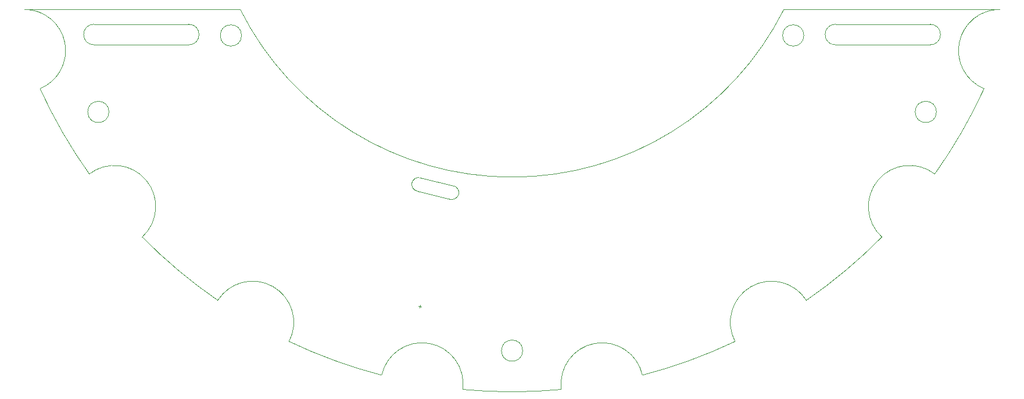
<source format=gm1>
%FSLAX25Y25*%
%MOIN*%
G70*
G01*
G75*
G04 Layer_Color=16711935*
G04:AMPARAMS|DCode=10|XSize=37.4mil|YSize=29.53mil|CornerRadius=0mil|HoleSize=0mil|Usage=FLASHONLY|Rotation=93.284|XOffset=0mil|YOffset=0mil|HoleType=Round|Shape=Rectangle|*
%AMROTATEDRECTD10*
4,1,4,0.01581,-0.01782,-0.01367,-0.01952,-0.01581,0.01782,0.01367,0.01952,0.01581,-0.01782,0.0*
%
%ADD10ROTATEDRECTD10*%

G04:AMPARAMS|DCode=11|XSize=59.06mil|YSize=118.11mil|CornerRadius=0mil|HoleSize=0mil|Usage=FLASHONLY|Rotation=325.000|XOffset=0mil|YOffset=0mil|HoleType=Round|Shape=Rectangle|*
%AMROTATEDRECTD11*
4,1,4,-0.05806,-0.03144,0.00969,0.06531,0.05806,0.03144,-0.00969,-0.06531,-0.05806,-0.03144,0.0*
%
%ADD11ROTATEDRECTD11*%

G04:AMPARAMS|DCode=12|XSize=37.4mil|YSize=29.53mil|CornerRadius=0mil|HoleSize=0mil|Usage=FLASHONLY|Rotation=214.500|XOffset=0mil|YOffset=0mil|HoleType=Round|Shape=Rectangle|*
%AMROTATEDRECTD12*
4,1,4,0.00705,0.02276,0.02377,-0.00158,-0.00705,-0.02276,-0.02377,0.00158,0.00705,0.02276,0.0*
%
%ADD12ROTATEDRECTD12*%

G04:AMPARAMS|DCode=13|XSize=37.4mil|YSize=29.53mil|CornerRadius=0mil|HoleSize=0mil|Usage=FLASHONLY|Rotation=212.500|XOffset=0mil|YOffset=0mil|HoleType=Round|Shape=Rectangle|*
%AMROTATEDRECTD13*
4,1,4,0.00784,0.02250,0.02371,-0.00240,-0.00784,-0.02250,-0.02371,0.00240,0.00784,0.02250,0.0*
%
%ADD13ROTATEDRECTD13*%

G04:AMPARAMS|DCode=14|XSize=37.4mil|YSize=29.53mil|CornerRadius=0mil|HoleSize=0mil|Usage=FLASHONLY|Rotation=120.243|XOffset=0mil|YOffset=0mil|HoleType=Round|Shape=Rectangle|*
%AMROTATEDRECTD14*
4,1,4,0.02217,-0.00872,-0.00334,-0.02359,-0.02217,0.00872,0.00334,0.02359,0.02217,-0.00872,0.0*
%
%ADD14ROTATEDRECTD14*%

G04:AMPARAMS|DCode=15|XSize=37.4mil|YSize=29.53mil|CornerRadius=0mil|HoleSize=0mil|Usage=FLASHONLY|Rotation=210.500|XOffset=0mil|YOffset=0mil|HoleType=Round|Shape=Rectangle|*
%AMROTATEDRECTD15*
4,1,4,0.00862,0.02221,0.02361,-0.00323,-0.00862,-0.02221,-0.02361,0.00323,0.00862,0.02221,0.0*
%
%ADD15ROTATEDRECTD15*%

G04:AMPARAMS|DCode=16|XSize=37.4mil|YSize=29.53mil|CornerRadius=0mil|HoleSize=0mil|Usage=FLASHONLY|Rotation=213.500|XOffset=0mil|YOffset=0mil|HoleType=Round|Shape=Rectangle|*
%AMROTATEDRECTD16*
4,1,4,0.00745,0.02263,0.02374,-0.00199,-0.00745,-0.02263,-0.02374,0.00199,0.00745,0.02263,0.0*
%
%ADD16ROTATEDRECTD16*%

G04:AMPARAMS|DCode=17|XSize=37.4mil|YSize=29.53mil|CornerRadius=0mil|HoleSize=0mil|Usage=FLASHONLY|Rotation=130.000|XOffset=0mil|YOffset=0mil|HoleType=Round|Shape=Rectangle|*
%AMROTATEDRECTD17*
4,1,4,0.02333,-0.00484,0.00071,-0.02382,-0.02333,0.00484,-0.00071,0.02382,0.02333,-0.00484,0.0*
%
%ADD17ROTATEDRECTD17*%

G04:AMPARAMS|DCode=18|XSize=37.4mil|YSize=29.53mil|CornerRadius=0mil|HoleSize=0mil|Usage=FLASHONLY|Rotation=216.500|XOffset=0mil|YOffset=0mil|HoleType=Round|Shape=Rectangle|*
%AMROTATEDRECTD18*
4,1,4,0.00625,0.02299,0.02382,-0.00074,-0.00625,-0.02299,-0.02382,0.00074,0.00625,0.02299,0.0*
%
%ADD18ROTATEDRECTD18*%

G04:AMPARAMS|DCode=19|XSize=37.4mil|YSize=29.53mil|CornerRadius=0mil|HoleSize=0mil|Usage=FLASHONLY|Rotation=219.500|XOffset=0mil|YOffset=0mil|HoleType=Round|Shape=Rectangle|*
%AMROTATEDRECTD19*
4,1,4,0.00504,0.02329,0.02382,0.00050,-0.00504,-0.02329,-0.02382,-0.00050,0.00504,0.02329,0.0*
%
%ADD19ROTATEDRECTD19*%

G04:AMPARAMS|DCode=20|XSize=37.4mil|YSize=29.53mil|CornerRadius=0mil|HoleSize=0mil|Usage=FLASHONLY|Rotation=222.500|XOffset=0mil|YOffset=0mil|HoleType=Round|Shape=Rectangle|*
%AMROTATEDRECTD20*
4,1,4,0.00381,0.02352,0.02376,0.00175,-0.00381,-0.02352,-0.02376,-0.00175,0.00381,0.02352,0.0*
%
%ADD20ROTATEDRECTD20*%

G04:AMPARAMS|DCode=21|XSize=37.4mil|YSize=29.53mil|CornerRadius=0mil|HoleSize=0mil|Usage=FLASHONLY|Rotation=45.000|XOffset=0mil|YOffset=0mil|HoleType=Round|Shape=Rectangle|*
%AMROTATEDRECTD21*
4,1,4,-0.00278,-0.02366,-0.02366,-0.00278,0.00278,0.02366,0.02366,0.00278,-0.00278,-0.02366,0.0*
%
%ADD21ROTATEDRECTD21*%

G04:AMPARAMS|DCode=22|XSize=37.4mil|YSize=29.53mil|CornerRadius=0mil|HoleSize=0mil|Usage=FLASHONLY|Rotation=259.000|XOffset=0mil|YOffset=0mil|HoleType=Round|Shape=Rectangle|*
%AMROTATEDRECTD22*
4,1,4,-0.01092,0.02117,0.01806,0.01554,0.01092,-0.02117,-0.01806,-0.01554,-0.01092,0.02117,0.0*
%
%ADD22ROTATEDRECTD22*%

G04:AMPARAMS|DCode=23|XSize=37.4mil|YSize=29.53mil|CornerRadius=0mil|HoleSize=0mil|Usage=FLASHONLY|Rotation=262.500|XOffset=0mil|YOffset=0mil|HoleType=Round|Shape=Rectangle|*
%AMROTATEDRECTD23*
4,1,4,-0.01220,0.02047,0.01708,0.01661,0.01220,-0.02047,-0.01708,-0.01661,-0.01220,0.02047,0.0*
%
%ADD23ROTATEDRECTD23*%

G04:AMPARAMS|DCode=24|XSize=37.4mil|YSize=29.53mil|CornerRadius=0mil|HoleSize=0mil|Usage=FLASHONLY|Rotation=358.956|XOffset=0mil|YOffset=0mil|HoleType=Round|Shape=Rectangle|*
%AMROTATEDRECTD24*
4,1,4,-0.01897,-0.01442,-0.01843,0.01510,0.01897,0.01442,0.01843,-0.01510,-0.01897,-0.01442,0.0*
%
%ADD24ROTATEDRECTD24*%

G04:AMPARAMS|DCode=25|XSize=37.4mil|YSize=29.53mil|CornerRadius=0mil|HoleSize=0mil|Usage=FLASHONLY|Rotation=199.000|XOffset=0mil|YOffset=0mil|HoleType=Round|Shape=Rectangle|*
%AMROTATEDRECTD25*
4,1,4,0.01288,0.02005,0.02249,-0.00787,-0.01288,-0.02005,-0.02249,0.00787,0.01288,0.02005,0.0*
%
%ADD25ROTATEDRECTD25*%

G04:AMPARAMS|DCode=26|XSize=37.4mil|YSize=29.53mil|CornerRadius=0mil|HoleSize=0mil|Usage=FLASHONLY|Rotation=182.681|XOffset=0mil|YOffset=0mil|HoleType=Round|Shape=Rectangle|*
%AMROTATEDRECTD26*
4,1,4,0.01799,0.01562,0.01937,-0.01387,-0.01799,-0.01562,-0.01937,0.01387,0.01799,0.01562,0.0*
%
%ADD26ROTATEDRECTD26*%

G04:AMPARAMS|DCode=27|XSize=37.4mil|YSize=29.53mil|CornerRadius=0mil|HoleSize=0mil|Usage=FLASHONLY|Rotation=95.500|XOffset=0mil|YOffset=0mil|HoleType=Round|Shape=Rectangle|*
%AMROTATEDRECTD27*
4,1,4,0.01649,-0.01720,-0.01290,-0.02003,-0.01649,0.01720,0.01290,0.02003,0.01649,-0.01720,0.0*
%
%ADD27ROTATEDRECTD27*%

G04:AMPARAMS|DCode=28|XSize=37.4mil|YSize=29.53mil|CornerRadius=0mil|HoleSize=0mil|Usage=FLASHONLY|Rotation=77.000|XOffset=0mil|YOffset=0mil|HoleType=Round|Shape=Rectangle|*
%AMROTATEDRECTD28*
4,1,4,0.01018,-0.02154,-0.01859,-0.01490,-0.01018,0.02154,0.01859,0.01490,0.01018,-0.02154,0.0*
%
%ADD28ROTATEDRECTD28*%

%ADD29R,0.05709X0.01181*%
%ADD30R,0.01181X0.05709*%
G04:AMPARAMS|DCode=31|XSize=37.4mil|YSize=29.53mil|CornerRadius=0mil|HoleSize=0mil|Usage=FLASHONLY|Rotation=96.500|XOffset=0mil|YOffset=0mil|HoleType=Round|Shape=Rectangle|*
%AMROTATEDRECTD31*
4,1,4,0.01679,-0.01691,-0.01255,-0.02025,-0.01679,0.01691,0.01255,0.02025,0.01679,-0.01691,0.0*
%
%ADD31ROTATEDRECTD31*%

G04:AMPARAMS|DCode=32|XSize=37.4mil|YSize=29.53mil|CornerRadius=0mil|HoleSize=0mil|Usage=FLASHONLY|Rotation=272.280|XOffset=0mil|YOffset=0mil|HoleType=Round|Shape=Rectangle|*
%AMROTATEDRECTD32*
4,1,4,-0.01550,0.01810,0.01401,0.01927,0.01550,-0.01810,-0.01401,-0.01927,-0.01550,0.01810,0.0*
%
%ADD32ROTATEDRECTD32*%

G04:AMPARAMS|DCode=33|XSize=37.4mil|YSize=29.53mil|CornerRadius=0mil|HoleSize=0mil|Usage=FLASHONLY|Rotation=84.948|XOffset=0mil|YOffset=0mil|HoleType=Round|Shape=Rectangle|*
%AMROTATEDRECTD33*
4,1,4,0.01306,-0.01993,-0.01635,-0.01733,-0.01306,0.01993,0.01635,0.01733,0.01306,-0.01993,0.0*
%
%ADD33ROTATEDRECTD33*%

G04:AMPARAMS|DCode=34|XSize=66.93mil|YSize=78.74mil|CornerRadius=0mil|HoleSize=0mil|Usage=FLASHONLY|Rotation=162.000|XOffset=0mil|YOffset=0mil|HoleType=Round|Shape=Rectangle|*
%AMROTATEDRECTD34*
4,1,4,0.04399,0.02710,0.01966,-0.04778,-0.04399,-0.02710,-0.01966,0.04778,0.04399,0.02710,0.0*
%
%ADD34ROTATEDRECTD34*%

G04:AMPARAMS|DCode=35|XSize=37.4mil|YSize=29.53mil|CornerRadius=0mil|HoleSize=0mil|Usage=FLASHONLY|Rotation=77.000|XOffset=0mil|YOffset=0mil|HoleType=Round|Shape=Rectangle|*
%AMROTATEDRECTD35*
4,1,4,0.01018,-0.02154,-0.01859,-0.01490,-0.01018,0.02154,0.01859,0.01490,0.01018,-0.02154,0.0*
%
%ADD35ROTATEDRECTD35*%

G04:AMPARAMS|DCode=36|XSize=37.4mil|YSize=29.53mil|CornerRadius=0mil|HoleSize=0mil|Usage=FLASHONLY|Rotation=352.500|XOffset=0mil|YOffset=0mil|HoleType=Round|Shape=Rectangle|*
%AMROTATEDRECTD36*
4,1,4,-0.02047,-0.01220,-0.01661,0.01708,0.02047,0.01220,0.01661,-0.01708,-0.02047,-0.01220,0.0*
%
%ADD36ROTATEDRECTD36*%

%ADD37P,0.12806X4X213.0*%
G04:AMPARAMS|DCode=38|XSize=37.4mil|YSize=29.53mil|CornerRadius=0mil|HoleSize=0mil|Usage=FLASHONLY|Rotation=96.500|XOffset=0mil|YOffset=0mil|HoleType=Round|Shape=Rectangle|*
%AMROTATEDRECTD38*
4,1,4,0.01679,-0.01691,-0.01255,-0.02025,-0.01679,0.01691,0.01255,0.02025,0.01679,-0.01691,0.0*
%
%ADD38ROTATEDRECTD38*%

G04:AMPARAMS|DCode=39|XSize=37.4mil|YSize=29.53mil|CornerRadius=0mil|HoleSize=0mil|Usage=FLASHONLY|Rotation=74.487|XOffset=0mil|YOffset=0mil|HoleType=Round|Shape=Rectangle|*
%AMROTATEDRECTD39*
4,1,4,0.00922,-0.02197,-0.01923,-0.01407,-0.00922,0.02197,0.01923,0.01407,0.00922,-0.02197,0.0*
%
%ADD39ROTATEDRECTD39*%

G04:AMPARAMS|DCode=40|XSize=59.06mil|YSize=118.11mil|CornerRadius=0mil|HoleSize=0mil|Usage=FLASHONLY|Rotation=33.000|XOffset=0mil|YOffset=0mil|HoleType=Round|Shape=Rectangle|*
%AMROTATEDRECTD40*
4,1,4,0.00740,-0.06561,-0.05693,0.03345,-0.00740,0.06561,0.05693,-0.03345,0.00740,-0.06561,0.0*
%
%ADD40ROTATEDRECTD40*%

G04:AMPARAMS|DCode=41|XSize=37.4mil|YSize=29.53mil|CornerRadius=0mil|HoleSize=0mil|Usage=FLASHONLY|Rotation=215.500|XOffset=0mil|YOffset=0mil|HoleType=Round|Shape=Rectangle|*
%AMROTATEDRECTD41*
4,1,4,0.00665,0.02288,0.02380,-0.00116,-0.00665,-0.02288,-0.02380,0.00116,0.00665,0.02288,0.0*
%
%ADD41ROTATEDRECTD41*%

G04:AMPARAMS|DCode=42|XSize=23.62mil|YSize=57.09mil|CornerRadius=0mil|HoleSize=0mil|Usage=FLASHONLY|Rotation=349.000|XOffset=0mil|YOffset=0mil|HoleType=Round|Shape=Rectangle|*
%AMROTATEDRECTD42*
4,1,4,-0.01704,-0.02577,-0.00615,0.03027,0.01704,0.02577,0.00615,-0.03027,-0.01704,-0.02577,0.0*
%
%ADD42ROTATEDRECTD42*%

G04:AMPARAMS|DCode=43|XSize=108.27mil|YSize=122.05mil|CornerRadius=0mil|HoleSize=0mil|Usage=FLASHONLY|Rotation=259.000|XOffset=0mil|YOffset=0mil|HoleType=Round|Shape=Rectangle|*
%AMROTATEDRECTD43*
4,1,4,-0.04957,0.06478,0.07023,0.04150,0.04957,-0.06478,-0.07023,-0.04150,-0.04957,0.06478,0.0*
%
%ADD43ROTATEDRECTD43*%

G04:AMPARAMS|DCode=44|XSize=37.4mil|YSize=29.53mil|CornerRadius=0mil|HoleSize=0mil|Usage=FLASHONLY|Rotation=100.500|XOffset=0mil|YOffset=0mil|HoleType=Round|Shape=Rectangle|*
%AMROTATEDRECTD44*
4,1,4,0.01792,-0.01570,-0.01111,-0.02108,-0.01792,0.01570,0.01111,0.02108,0.01792,-0.01570,0.0*
%
%ADD44ROTATEDRECTD44*%

%ADD45C,0.03000*%
%ADD46C,0.01000*%
%ADD47C,0.05000*%
%ADD48P,0.07517X4X134.5*%
%ADD49C,0.05315*%
G04:AMPARAMS|DCode=50|XSize=39.37mil|YSize=78.74mil|CornerRadius=0mil|HoleSize=0mil|Usage=FLASHONLY|Rotation=320.000|XOffset=0mil|YOffset=0mil|HoleType=Round|Shape=Round|*
%AMOVALD50*
21,1,0.03937,0.03937,0.00000,0.00000,50.0*
1,1,0.03937,-0.01265,-0.01508*
1,1,0.03937,0.01265,0.01508*
%
%ADD50OVALD50*%

G04:AMPARAMS|DCode=51|XSize=39.37mil|YSize=78.74mil|CornerRadius=0mil|HoleSize=0mil|Usage=FLASHONLY|Rotation=46.000|XOffset=0mil|YOffset=0mil|HoleType=Round|Shape=Round|*
%AMOVALD51*
21,1,0.03937,0.03937,0.00000,0.00000,136.0*
1,1,0.03937,0.01416,-0.01367*
1,1,0.03937,-0.01416,0.01367*
%
%ADD51OVALD51*%

G04:AMPARAMS|DCode=52|XSize=39.37mil|YSize=78.74mil|CornerRadius=0mil|HoleSize=0mil|Usage=FLASHONLY|Rotation=40.500|XOffset=0mil|YOffset=0mil|HoleType=Round|Shape=Round|*
%AMOVALD52*
21,1,0.03937,0.03937,0.00000,0.00000,130.5*
1,1,0.03937,0.01278,-0.01497*
1,1,0.03937,-0.01278,0.01497*
%
%ADD52OVALD52*%

G04:AMPARAMS|DCode=53|XSize=39.37mil|YSize=78.74mil|CornerRadius=0mil|HoleSize=0mil|Usage=FLASHONLY|Rotation=342.000|XOffset=0mil|YOffset=0mil|HoleType=Round|Shape=Round|*
%AMOVALD53*
21,1,0.03937,0.03937,0.00000,0.00000,72.0*
1,1,0.03937,-0.00608,-0.01872*
1,1,0.03937,0.00608,0.01872*
%
%ADD53OVALD53*%

G04:AMPARAMS|DCode=54|XSize=39.37mil|YSize=78.74mil|CornerRadius=0mil|HoleSize=0mil|Usage=FLASHONLY|Rotation=14.000|XOffset=0mil|YOffset=0mil|HoleType=Round|Shape=Round|*
%AMOVALD54*
21,1,0.03937,0.03937,0.00000,0.00000,104.0*
1,1,0.03937,0.00476,-0.01910*
1,1,0.03937,-0.00476,0.01910*
%
%ADD54OVALD54*%

G04:AMPARAMS|DCode=55|XSize=39.37mil|YSize=78.74mil|CornerRadius=0mil|HoleSize=0mil|Usage=FLASHONLY|Rotation=6.000|XOffset=0mil|YOffset=0mil|HoleType=Round|Shape=Round|*
%AMOVALD55*
21,1,0.03937,0.03937,0.00000,0.00000,96.0*
1,1,0.03937,0.00206,-0.01958*
1,1,0.03937,-0.00206,0.01958*
%
%ADD55OVALD55*%

%ADD56O,0.09843X0.05906*%
%ADD57O,0.03937X0.07874*%
%ADD58P,0.07517X4X335.0*%
G04:AMPARAMS|DCode=59|XSize=39.37mil|YSize=78.74mil|CornerRadius=0mil|HoleSize=0mil|Usage=FLASHONLY|Rotation=349.000|XOffset=0mil|YOffset=0mil|HoleType=Round|Shape=Round|*
%AMOVALD59*
21,1,0.03937,0.03937,0.00000,0.00000,79.0*
1,1,0.03937,-0.00376,-0.01932*
1,1,0.03937,0.00376,0.01932*
%
%ADD59OVALD59*%

G04:AMPARAMS|DCode=60|XSize=59.06mil|YSize=118.11mil|CornerRadius=0mil|HoleSize=0mil|Usage=FLASHONLY|Rotation=33.500|XOffset=0mil|YOffset=0mil|HoleType=Round|Shape=Round|*
%AMOVALD60*
21,1,0.05906,0.05906,0.00000,0.00000,123.5*
1,1,0.05906,0.01630,-0.02462*
1,1,0.05906,-0.01630,0.02462*
%
%ADD60OVALD60*%

G04:AMPARAMS|DCode=61|XSize=39.37mil|YSize=78.74mil|CornerRadius=0mil|HoleSize=0mil|Usage=FLASHONLY|Rotation=182.000|XOffset=0mil|YOffset=0mil|HoleType=Round|Shape=Round|*
%AMOVALD61*
21,1,0.03937,0.03937,0.00000,0.00000,272.0*
1,1,0.03937,-0.00069,0.01967*
1,1,0.03937,0.00069,-0.01967*
%
%ADD61OVALD61*%

%ADD62C,0.02362*%
%ADD63C,0.03150*%
%ADD64C,0.04331*%
%ADD65C,0.00787*%
%ADD66C,0.02362*%
%ADD67C,0.00984*%
%ADD68C,0.00394*%
%ADD69C,0.00197*%
G04:AMPARAMS|DCode=70|XSize=45.4mil|YSize=37.53mil|CornerRadius=0mil|HoleSize=0mil|Usage=FLASHONLY|Rotation=93.284|XOffset=0mil|YOffset=0mil|HoleType=Round|Shape=Rectangle|*
%AMROTATEDRECTD70*
4,1,4,0.02003,-0.02159,-0.01743,-0.02374,-0.02003,0.02159,0.01743,0.02374,0.02003,-0.02159,0.0*
%
%ADD70ROTATEDRECTD70*%

G04:AMPARAMS|DCode=71|XSize=67.06mil|YSize=126.11mil|CornerRadius=0mil|HoleSize=0mil|Usage=FLASHONLY|Rotation=325.000|XOffset=0mil|YOffset=0mil|HoleType=Round|Shape=Rectangle|*
%AMROTATEDRECTD71*
4,1,4,-0.06363,-0.03242,0.00870,0.07088,0.06363,0.03242,-0.00870,-0.07088,-0.06363,-0.03242,0.0*
%
%ADD71ROTATEDRECTD71*%

G04:AMPARAMS|DCode=72|XSize=45.4mil|YSize=37.53mil|CornerRadius=0mil|HoleSize=0mil|Usage=FLASHONLY|Rotation=214.500|XOffset=0mil|YOffset=0mil|HoleType=Round|Shape=Rectangle|*
%AMROTATEDRECTD72*
4,1,4,0.00808,0.02832,0.02934,-0.00261,-0.00808,-0.02832,-0.02934,0.00261,0.00808,0.02832,0.0*
%
%ADD72ROTATEDRECTD72*%

G04:AMPARAMS|DCode=73|XSize=45.4mil|YSize=37.53mil|CornerRadius=0mil|HoleSize=0mil|Usage=FLASHONLY|Rotation=212.500|XOffset=0mil|YOffset=0mil|HoleType=Round|Shape=Rectangle|*
%AMROTATEDRECTD73*
4,1,4,0.00906,0.02802,0.02923,-0.00363,-0.00906,-0.02802,-0.02923,0.00363,0.00906,0.02802,0.0*
%
%ADD73ROTATEDRECTD73*%

G04:AMPARAMS|DCode=74|XSize=45.4mil|YSize=37.53mil|CornerRadius=0mil|HoleSize=0mil|Usage=FLASHONLY|Rotation=120.243|XOffset=0mil|YOffset=0mil|HoleType=Round|Shape=Rectangle|*
%AMROTATEDRECTD74*
4,1,4,0.02764,-0.01016,-0.00478,-0.02906,-0.02764,0.01016,0.00478,0.02906,0.02764,-0.01016,0.0*
%
%ADD74ROTATEDRECTD74*%

G04:AMPARAMS|DCode=75|XSize=45.4mil|YSize=37.53mil|CornerRadius=0mil|HoleSize=0mil|Usage=FLASHONLY|Rotation=210.500|XOffset=0mil|YOffset=0mil|HoleType=Round|Shape=Rectangle|*
%AMROTATEDRECTD75*
4,1,4,0.01004,0.02769,0.02908,-0.00465,-0.01004,-0.02769,-0.02908,0.00465,0.01004,0.02769,0.0*
%
%ADD75ROTATEDRECTD75*%

G04:AMPARAMS|DCode=76|XSize=45.4mil|YSize=37.53mil|CornerRadius=0mil|HoleSize=0mil|Usage=FLASHONLY|Rotation=213.500|XOffset=0mil|YOffset=0mil|HoleType=Round|Shape=Rectangle|*
%AMROTATEDRECTD76*
4,1,4,0.00857,0.02818,0.02929,-0.00312,-0.00857,-0.02818,-0.02929,0.00312,0.00857,0.02818,0.0*
%
%ADD76ROTATEDRECTD76*%

G04:AMPARAMS|DCode=77|XSize=45.4mil|YSize=37.53mil|CornerRadius=0mil|HoleSize=0mil|Usage=FLASHONLY|Rotation=130.000|XOffset=0mil|YOffset=0mil|HoleType=Round|Shape=Rectangle|*
%AMROTATEDRECTD77*
4,1,4,0.02897,-0.00533,0.00022,-0.02945,-0.02897,0.00533,-0.00022,0.02945,0.02897,-0.00533,0.0*
%
%ADD77ROTATEDRECTD77*%

G04:AMPARAMS|DCode=78|XSize=45.4mil|YSize=37.53mil|CornerRadius=0mil|HoleSize=0mil|Usage=FLASHONLY|Rotation=216.500|XOffset=0mil|YOffset=0mil|HoleType=Round|Shape=Rectangle|*
%AMROTATEDRECTD78*
4,1,4,0.00709,0.02859,0.02941,-0.00158,-0.00709,-0.02859,-0.02941,0.00158,0.00709,0.02859,0.0*
%
%ADD78ROTATEDRECTD78*%

G04:AMPARAMS|DCode=79|XSize=45.4mil|YSize=37.53mil|CornerRadius=0mil|HoleSize=0mil|Usage=FLASHONLY|Rotation=219.500|XOffset=0mil|YOffset=0mil|HoleType=Round|Shape=Rectangle|*
%AMROTATEDRECTD79*
4,1,4,0.00558,0.02892,0.02945,-0.00004,-0.00558,-0.02892,-0.02945,0.00004,0.00558,0.02892,0.0*
%
%ADD79ROTATEDRECTD79*%

G04:AMPARAMS|DCode=80|XSize=45.4mil|YSize=37.53mil|CornerRadius=0mil|HoleSize=0mil|Usage=FLASHONLY|Rotation=222.500|XOffset=0mil|YOffset=0mil|HoleType=Round|Shape=Rectangle|*
%AMROTATEDRECTD80*
4,1,4,0.00406,0.02917,0.02941,0.00150,-0.00406,-0.02917,-0.02941,-0.00150,0.00406,0.02917,0.0*
%
%ADD80ROTATEDRECTD80*%

G04:AMPARAMS|DCode=81|XSize=45.4mil|YSize=37.53mil|CornerRadius=0mil|HoleSize=0mil|Usage=FLASHONLY|Rotation=45.000|XOffset=0mil|YOffset=0mil|HoleType=Round|Shape=Rectangle|*
%AMROTATEDRECTD81*
4,1,4,-0.00278,-0.02932,-0.02932,-0.00278,0.00278,0.02932,0.02932,0.00278,-0.00278,-0.02932,0.0*
%
%ADD81ROTATEDRECTD81*%

G04:AMPARAMS|DCode=82|XSize=45.4mil|YSize=37.53mil|CornerRadius=0mil|HoleSize=0mil|Usage=FLASHONLY|Rotation=259.000|XOffset=0mil|YOffset=0mil|HoleType=Round|Shape=Rectangle|*
%AMROTATEDRECTD82*
4,1,4,-0.01409,0.02586,0.02275,0.01870,0.01409,-0.02586,-0.02275,-0.01870,-0.01409,0.02586,0.0*
%
%ADD82ROTATEDRECTD82*%

G04:AMPARAMS|DCode=83|XSize=45.4mil|YSize=37.53mil|CornerRadius=0mil|HoleSize=0mil|Usage=FLASHONLY|Rotation=262.500|XOffset=0mil|YOffset=0mil|HoleType=Round|Shape=Rectangle|*
%AMROTATEDRECTD83*
4,1,4,-0.01564,0.02496,0.02157,0.02006,0.01564,-0.02496,-0.02157,-0.02006,-0.01564,0.02496,0.0*
%
%ADD83ROTATEDRECTD83*%

G04:AMPARAMS|DCode=84|XSize=45.4mil|YSize=37.53mil|CornerRadius=0mil|HoleSize=0mil|Usage=FLASHONLY|Rotation=358.956|XOffset=0mil|YOffset=0mil|HoleType=Round|Shape=Rectangle|*
%AMROTATEDRECTD84*
4,1,4,-0.02304,-0.01835,-0.02236,0.01917,0.02304,0.01835,0.02236,-0.01917,-0.02304,-0.01835,0.0*
%
%ADD84ROTATEDRECTD84*%

G04:AMPARAMS|DCode=85|XSize=45.4mil|YSize=37.53mil|CornerRadius=0mil|HoleSize=0mil|Usage=FLASHONLY|Rotation=199.000|XOffset=0mil|YOffset=0mil|HoleType=Round|Shape=Rectangle|*
%AMROTATEDRECTD85*
4,1,4,0.01536,0.02513,0.02757,-0.01035,-0.01536,-0.02513,-0.02757,0.01035,0.01536,0.02513,0.0*
%
%ADD85ROTATEDRECTD85*%

G04:AMPARAMS|DCode=86|XSize=45.4mil|YSize=37.53mil|CornerRadius=0mil|HoleSize=0mil|Usage=FLASHONLY|Rotation=182.681|XOffset=0mil|YOffset=0mil|HoleType=Round|Shape=Rectangle|*
%AMROTATEDRECTD86*
4,1,4,0.02180,0.01981,0.02355,-0.01768,-0.02180,-0.01981,-0.02355,0.01768,0.02180,0.01981,0.0*
%
%ADD86ROTATEDRECTD86*%

G04:AMPARAMS|DCode=87|XSize=45.4mil|YSize=37.53mil|CornerRadius=0mil|HoleSize=0mil|Usage=FLASHONLY|Rotation=95.500|XOffset=0mil|YOffset=0mil|HoleType=Round|Shape=Rectangle|*
%AMROTATEDRECTD87*
4,1,4,0.02085,-0.02080,-0.01650,-0.02440,-0.02085,0.02080,0.01650,0.02440,0.02085,-0.02080,0.0*
%
%ADD87ROTATEDRECTD87*%

G04:AMPARAMS|DCode=88|XSize=45.4mil|YSize=37.53mil|CornerRadius=0mil|HoleSize=0mil|Usage=FLASHONLY|Rotation=77.000|XOffset=0mil|YOffset=0mil|HoleType=Round|Shape=Rectangle|*
%AMROTATEDRECTD88*
4,1,4,0.01318,-0.02634,-0.02339,-0.01790,-0.01318,0.02634,0.02339,0.01790,0.01318,-0.02634,0.0*
%
%ADD88ROTATEDRECTD88*%

%ADD89R,0.06509X0.01981*%
%ADD90R,0.01981X0.06509*%
G04:AMPARAMS|DCode=91|XSize=45.4mil|YSize=37.53mil|CornerRadius=0mil|HoleSize=0mil|Usage=FLASHONLY|Rotation=96.500|XOffset=0mil|YOffset=0mil|HoleType=Round|Shape=Rectangle|*
%AMROTATEDRECTD91*
4,1,4,0.02121,-0.02043,-0.01607,-0.02468,-0.02121,0.02043,0.01607,0.02468,0.02121,-0.02043,0.0*
%
%ADD91ROTATEDRECTD91*%

G04:AMPARAMS|DCode=92|XSize=45.4mil|YSize=37.53mil|CornerRadius=0mil|HoleSize=0mil|Usage=FLASHONLY|Rotation=272.280|XOffset=0mil|YOffset=0mil|HoleType=Round|Shape=Rectangle|*
%AMROTATEDRECTD92*
4,1,4,-0.01965,0.02194,0.01785,0.02343,0.01965,-0.02194,-0.01785,-0.02343,-0.01965,0.02194,0.0*
%
%ADD92ROTATEDRECTD92*%

G04:AMPARAMS|DCode=93|XSize=45.4mil|YSize=37.53mil|CornerRadius=0mil|HoleSize=0mil|Usage=FLASHONLY|Rotation=84.948|XOffset=0mil|YOffset=0mil|HoleType=Round|Shape=Rectangle|*
%AMROTATEDRECTD93*
4,1,4,0.01669,-0.02427,-0.02069,-0.02096,-0.01669,0.02427,0.02069,0.02096,0.01669,-0.02427,0.0*
%
%ADD93ROTATEDRECTD93*%

G04:AMPARAMS|DCode=94|XSize=74.93mil|YSize=86.74mil|CornerRadius=0mil|HoleSize=0mil|Usage=FLASHONLY|Rotation=162.000|XOffset=0mil|YOffset=0mil|HoleType=Round|Shape=Rectangle|*
%AMROTATEDRECTD94*
4,1,4,0.04903,0.02967,0.02223,-0.05283,-0.04903,-0.02967,-0.02223,0.05283,0.04903,0.02967,0.0*
%
%ADD94ROTATEDRECTD94*%

G04:AMPARAMS|DCode=95|XSize=45.4mil|YSize=37.53mil|CornerRadius=0mil|HoleSize=0mil|Usage=FLASHONLY|Rotation=77.000|XOffset=0mil|YOffset=0mil|HoleType=Round|Shape=Rectangle|*
%AMROTATEDRECTD95*
4,1,4,0.01318,-0.02634,-0.02339,-0.01790,-0.01318,0.02634,0.02339,0.01790,0.01318,-0.02634,0.0*
%
%ADD95ROTATEDRECTD95*%

G04:AMPARAMS|DCode=96|XSize=45.4mil|YSize=37.53mil|CornerRadius=0mil|HoleSize=0mil|Usage=FLASHONLY|Rotation=352.500|XOffset=0mil|YOffset=0mil|HoleType=Round|Shape=Rectangle|*
%AMROTATEDRECTD96*
4,1,4,-0.02496,-0.01564,-0.02006,0.02157,0.02496,0.01564,0.02006,-0.02157,-0.02496,-0.01564,0.0*
%
%ADD96ROTATEDRECTD96*%

%ADD97P,0.13937X4X213.0*%
G04:AMPARAMS|DCode=98|XSize=45.4mil|YSize=37.53mil|CornerRadius=0mil|HoleSize=0mil|Usage=FLASHONLY|Rotation=96.500|XOffset=0mil|YOffset=0mil|HoleType=Round|Shape=Rectangle|*
%AMROTATEDRECTD98*
4,1,4,0.02121,-0.02043,-0.01607,-0.02468,-0.02121,0.02043,0.01607,0.02468,0.02121,-0.02043,0.0*
%
%ADD98ROTATEDRECTD98*%

G04:AMPARAMS|DCode=99|XSize=45.4mil|YSize=37.53mil|CornerRadius=0mil|HoleSize=0mil|Usage=FLASHONLY|Rotation=74.487|XOffset=0mil|YOffset=0mil|HoleType=Round|Shape=Rectangle|*
%AMROTATEDRECTD99*
4,1,4,0.01201,-0.02689,-0.02415,-0.01686,-0.01201,0.02689,0.02415,0.01686,0.01201,-0.02689,0.0*
%
%ADD99ROTATEDRECTD99*%

G04:AMPARAMS|DCode=100|XSize=67.06mil|YSize=126.11mil|CornerRadius=0mil|HoleSize=0mil|Usage=FLASHONLY|Rotation=33.000|XOffset=0mil|YOffset=0mil|HoleType=Round|Shape=Rectangle|*
%AMROTATEDRECTD100*
4,1,4,0.00622,-0.07114,-0.06246,0.03462,-0.00622,0.07114,0.06246,-0.03462,0.00622,-0.07114,0.0*
%
%ADD100ROTATEDRECTD100*%

G04:AMPARAMS|DCode=101|XSize=45.4mil|YSize=37.53mil|CornerRadius=0mil|HoleSize=0mil|Usage=FLASHONLY|Rotation=215.500|XOffset=0mil|YOffset=0mil|HoleType=Round|Shape=Rectangle|*
%AMROTATEDRECTD101*
4,1,4,0.00759,0.02846,0.02938,-0.00209,-0.00759,-0.02846,-0.02938,0.00209,0.00759,0.02846,0.0*
%
%ADD101ROTATEDRECTD101*%

G04:AMPARAMS|DCode=102|XSize=31.62mil|YSize=65.09mil|CornerRadius=0mil|HoleSize=0mil|Usage=FLASHONLY|Rotation=349.000|XOffset=0mil|YOffset=0mil|HoleType=Round|Shape=Rectangle|*
%AMROTATEDRECTD102*
4,1,4,-0.02173,-0.02893,-0.00931,0.03496,0.02173,0.02893,0.00931,-0.03496,-0.02173,-0.02893,0.0*
%
%ADD102ROTATEDRECTD102*%

G04:AMPARAMS|DCode=103|XSize=116.27mil|YSize=130.05mil|CornerRadius=0mil|HoleSize=0mil|Usage=FLASHONLY|Rotation=259.000|XOffset=0mil|YOffset=0mil|HoleType=Round|Shape=Rectangle|*
%AMROTATEDRECTD103*
4,1,4,-0.05274,0.06947,0.07492,0.04466,0.05274,-0.06947,-0.07492,-0.04466,-0.05274,0.06947,0.0*
%
%ADD103ROTATEDRECTD103*%

G04:AMPARAMS|DCode=104|XSize=45.4mil|YSize=37.53mil|CornerRadius=0mil|HoleSize=0mil|Usage=FLASHONLY|Rotation=100.500|XOffset=0mil|YOffset=0mil|HoleType=Round|Shape=Rectangle|*
%AMROTATEDRECTD104*
4,1,4,0.02259,-0.01890,-0.01431,-0.02574,-0.02259,0.01890,0.01431,0.02574,0.02259,-0.01890,0.0*
%
%ADD104ROTATEDRECTD104*%

%ADD105P,0.08648X4X134.5*%
%ADD106C,0.06115*%
G04:AMPARAMS|DCode=107|XSize=47.37mil|YSize=86.74mil|CornerRadius=0mil|HoleSize=0mil|Usage=FLASHONLY|Rotation=320.000|XOffset=0mil|YOffset=0mil|HoleType=Round|Shape=Round|*
%AMOVALD107*
21,1,0.03937,0.04737,0.00000,0.00000,50.0*
1,1,0.04737,-0.01265,-0.01508*
1,1,0.04737,0.01265,0.01508*
%
%ADD107OVALD107*%

G04:AMPARAMS|DCode=108|XSize=47.37mil|YSize=86.74mil|CornerRadius=0mil|HoleSize=0mil|Usage=FLASHONLY|Rotation=46.000|XOffset=0mil|YOffset=0mil|HoleType=Round|Shape=Round|*
%AMOVALD108*
21,1,0.03937,0.04737,0.00000,0.00000,136.0*
1,1,0.04737,0.01416,-0.01367*
1,1,0.04737,-0.01416,0.01367*
%
%ADD108OVALD108*%

G04:AMPARAMS|DCode=109|XSize=47.37mil|YSize=86.74mil|CornerRadius=0mil|HoleSize=0mil|Usage=FLASHONLY|Rotation=40.500|XOffset=0mil|YOffset=0mil|HoleType=Round|Shape=Round|*
%AMOVALD109*
21,1,0.03937,0.04737,0.00000,0.00000,130.5*
1,1,0.04737,0.01278,-0.01497*
1,1,0.04737,-0.01278,0.01497*
%
%ADD109OVALD109*%

G04:AMPARAMS|DCode=110|XSize=47.37mil|YSize=86.74mil|CornerRadius=0mil|HoleSize=0mil|Usage=FLASHONLY|Rotation=342.000|XOffset=0mil|YOffset=0mil|HoleType=Round|Shape=Round|*
%AMOVALD110*
21,1,0.03937,0.04737,0.00000,0.00000,72.0*
1,1,0.04737,-0.00608,-0.01872*
1,1,0.04737,0.00608,0.01872*
%
%ADD110OVALD110*%

G04:AMPARAMS|DCode=111|XSize=47.37mil|YSize=86.74mil|CornerRadius=0mil|HoleSize=0mil|Usage=FLASHONLY|Rotation=14.000|XOffset=0mil|YOffset=0mil|HoleType=Round|Shape=Round|*
%AMOVALD111*
21,1,0.03937,0.04737,0.00000,0.00000,104.0*
1,1,0.04737,0.00476,-0.01910*
1,1,0.04737,-0.00476,0.01910*
%
%ADD111OVALD111*%

G04:AMPARAMS|DCode=112|XSize=47.37mil|YSize=86.74mil|CornerRadius=0mil|HoleSize=0mil|Usage=FLASHONLY|Rotation=6.000|XOffset=0mil|YOffset=0mil|HoleType=Round|Shape=Round|*
%AMOVALD112*
21,1,0.03937,0.04737,0.00000,0.00000,96.0*
1,1,0.04737,0.00206,-0.01958*
1,1,0.04737,-0.00206,0.01958*
%
%ADD112OVALD112*%

%ADD113O,0.10642X0.06706*%
%ADD114O,0.04737X0.08674*%
%ADD115P,0.08648X4X335.0*%
G04:AMPARAMS|DCode=116|XSize=47.37mil|YSize=86.74mil|CornerRadius=0mil|HoleSize=0mil|Usage=FLASHONLY|Rotation=349.000|XOffset=0mil|YOffset=0mil|HoleType=Round|Shape=Round|*
%AMOVALD116*
21,1,0.03937,0.04737,0.00000,0.00000,79.0*
1,1,0.04737,-0.00376,-0.01932*
1,1,0.04737,0.00376,0.01932*
%
%ADD116OVALD116*%

G04:AMPARAMS|DCode=117|XSize=67.06mil|YSize=126.11mil|CornerRadius=0mil|HoleSize=0mil|Usage=FLASHONLY|Rotation=33.500|XOffset=0mil|YOffset=0mil|HoleType=Round|Shape=Round|*
%AMOVALD117*
21,1,0.05906,0.06706,0.00000,0.00000,123.5*
1,1,0.06706,0.01630,-0.02462*
1,1,0.06706,-0.01630,0.02462*
%
%ADD117OVALD117*%

G04:AMPARAMS|DCode=118|XSize=47.37mil|YSize=86.74mil|CornerRadius=0mil|HoleSize=0mil|Usage=FLASHONLY|Rotation=182.000|XOffset=0mil|YOffset=0mil|HoleType=Round|Shape=Round|*
%AMOVALD118*
21,1,0.03937,0.04737,0.00000,0.00000,272.0*
1,1,0.04737,-0.00069,0.01967*
1,1,0.04737,0.00069,-0.01967*
%
%ADD118OVALD118*%

%ADD119C,0.03162*%
%ADD120C,0.03950*%
%ADD121C,0.05131*%
%ADD122C,0.00050*%
D68*
X480901Y271122D02*
X482441Y270795D01*
X481507Y270188D02*
X481835Y271729D01*
D122*
X481851Y344708D02*
G03*
X479990Y337057I-931J-3825D01*
G01*
X499118Y332404D02*
G03*
X500979Y340055I931J3825D01*
G01*
X719983Y432810D02*
G03*
X719983Y420999I0J-5906D01*
G01*
X774301D02*
G03*
X774301Y432810I0J5906D01*
G01*
X294699D02*
G03*
X294699Y420999I0J-5906D01*
G01*
X349016D02*
G03*
X349016Y432810I0J5906D01*
G01*
X814188Y441324D02*
G03*
X805235Y395842I0J-23622D01*
G01*
X378592Y441324D02*
G03*
X690408Y441324I155908J78176D01*
G01*
X263766Y395842D02*
G03*
X254812Y441324I-8954J21859D01*
G01*
X263766Y395842D02*
G03*
X292042Y346866I270735J123658D01*
G01*
X322386Y310703D02*
G03*
X292042Y346866I-15890J17479D01*
G01*
X322386Y310703D02*
G03*
X365708Y274352I212114J208797D01*
G01*
X406591Y250748D02*
G03*
X365708Y274352I-20910J10990D01*
G01*
X406591Y250748D02*
G03*
X459734Y231406I127909J268752D01*
G01*
X506223Y223208D02*
G03*
X459734Y231406I-23408J3176D01*
G01*
X506223Y223208D02*
G03*
X562777Y223208I28277J296292D01*
G01*
X609266Y231406D02*
G03*
X562777Y223208I-23082J-5022D01*
G01*
X609266Y231406D02*
G03*
X662409Y250748I-74766J288094D01*
G01*
X703292Y274352D02*
G03*
X662409Y250748I-19973J-12614D01*
G01*
X703292Y274352D02*
G03*
X746614Y310703I-168791J245148D01*
G01*
X776958Y346866D02*
G03*
X746614Y310703I-14454J-18684D01*
G01*
X776958Y346866D02*
G03*
X805235Y395842I-242458J172634D01*
G01*
X777907Y382492D02*
G03*
X777907Y382492I-6102J0D01*
G01*
X540602Y245484D02*
G03*
X540602Y245484I-6102J0D01*
G01*
X303298Y382492D02*
G03*
X303298Y382492I-6102J0D01*
G01*
X379331Y426390D02*
G03*
X379331Y426390I-6102J0D01*
G01*
X701874D02*
G03*
X701874Y426390I-6102J0D01*
G01*
X479990Y337057D02*
X499118Y332404D01*
X481851Y344708D02*
X500979Y340055D01*
X719983Y420999D02*
X774301D01*
X719983Y432810D02*
X774301D01*
X294699Y420999D02*
X349016D01*
X294699Y432810D02*
X349016D01*
X690408Y441324D02*
X814188D01*
X254812D02*
X378592D01*
M02*

</source>
